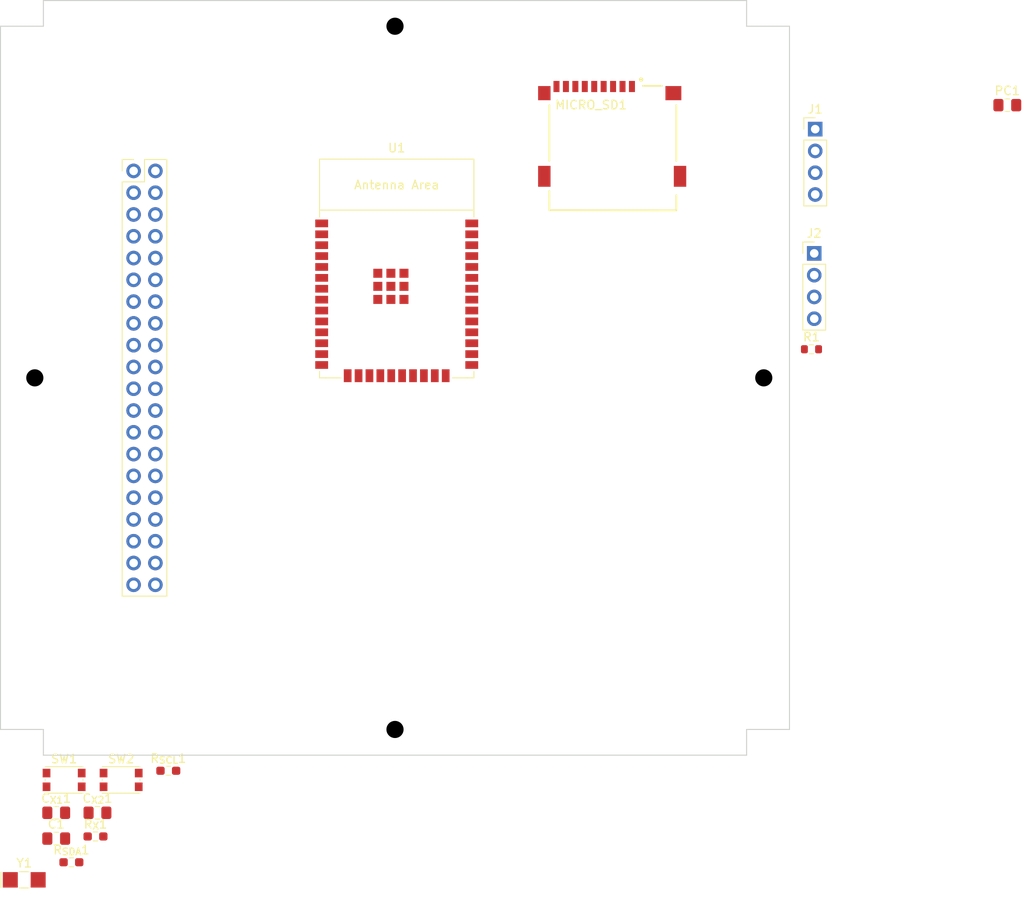
<source format=kicad_pcb>
(kicad_pcb (version 20211014) (generator pcbnew)
  (layers (0 "F.Cu" signal) (31 "B.Cu" signal) (34 "B.Paste" user) (35 "F.Paste" user) (36 "B.SilkS" user "B.Silkscreen") (37 "F.SilkS" user "F.Silkscreen") (38 "B.Mask" user) (39 "F.Mask" user) (44 "Edge.Cuts" user))
  (net 0 "")
  (net 1 "+5V")
  (net 2 "GND")
  (net 3 "+3V3")
  (net 16 "Net-(C1-Pad2)")
  (net 17 "/IO32")
  (net 18 "/IO33")
  (net 19 "/IO15")
  (net 20 "/IO13")
  (net 21 "/IO12")
  (net 22 "/IO14")
  (net 23 "/IO1")
  (net 24 "/IO3")
  (net 25 "/IO2")
  (net 26 "/IO4")
  (net 27 "/IO0")
  (net 28 "/IO27")
  (net 29 "/IO26")
  (net 30 "/IO25")
  (net 31 "/I35")
  (net 32 "/I34")
  (net 33 "/I39")
  (net 34 "/I36")
  (net 41 "/IO16")
  (net 42 "/IO17")
  (net 43 "/IO5")
  (net 44 "/IO18")
  (net 45 "/IO19")
  (net 47 "/IO21")
  (net 48 "/IO22")
  (net 49 "/IO23")
  (net 59 "Net-(MICRO_SD1-PadMP1)")
  (footprint "Resistor_SMD:R_0603_1608Metric" (layer "F.Cu") (at 190.165 80.165)
    (fp_text reference "R1" (at 0 -1.43) (layer "F.SilkS"))
    (fp_text value "10K")
    (fp_line (start -0.237258 0.5225) (end 0.237258 0.5225) (layer "F.SilkS") (width 0.12))
    (fp_line (start -0.237258 -0.5225) (end 0.237258 -0.5225) (layer "F.SilkS") (width 0.12))
    (pad "1" smd roundrect (at -0.825 0) (size 0.8 0.95) (layers "F.Cu" "F.Paste" "F.Mask") (net 3 "+3V3"))
    (pad "2" smd roundrect (at 0.825 0) (size 0.8 0.95) (layers "F.Cu" "F.Paste" "F.Mask") (net 16 "Net-(C1-Pad2)"))
  )
  (footprint "Connector_PinHeader_2.54mm:PinHeader_1x04_P2.54mm_Vertical" (layer "F.Cu") (at 190.485 68.985)
    (fp_text reference "J2" (at 0 -2.33) (layer "F.SilkS"))
    (fp_text value "UART")
    (fp_line (start -1.33 8.95) (end 1.33 8.95) (layer "F.SilkS") (width 0.12))
    (fp_line (start -1.33 0) (end -1.33 -1.33) (layer "F.SilkS") (width 0.12))
    (fp_line (start -1.33 1.27) (end -1.33 8.95) (layer "F.SilkS") (width 0.12))
    (fp_line (start -1.33 1.27) (end 1.33 1.27) (layer "F.SilkS") (width 0.12))
    (fp_line (start 1.33 1.27) (end 1.33 8.95) (layer "F.SilkS") (width 0.12))
    (fp_line (start -1.33 -1.33) (end 0 -1.33) (layer "F.SilkS") (width 0.12))
    (pad "1" thru_hole rect (at 0 0) (size 1.7 1.7) (drill 1) (layers *.Cu *.Mask) (net 3 "+3V3"))
    (pad "2" thru_hole oval (at 0 2.54) (size 1.7 1.7) (drill 1) (layers *.Cu *.Mask) (net 23 "/IO1"))
    (pad "3" thru_hole oval (at 0 5.08) (size 1.7 1.7) (drill 1) (layers *.Cu *.Mask) (net 24 "/IO3"))
    (pad "4" thru_hole oval (at 0 7.62) (size 1.7 1.7) (drill 1) (layers *.Cu *.Mask) (net 2 "GND"))
  )
  (footprint "Resistor_SMD:R_0603_1608Metric_Pad0.98x0.95mm_HandSolder" (layer "F.Cu") (at 106.675 136.975)
    (fp_text reference "R_{X}1" (at 0 -1.43) (layer "F.SilkS"))
    (fp_text value "7.5M")
    (fp_line (start -0.254724 -0.5225) (end 0.254724 -0.5225) (layer "F.SilkS") (width 0.12))
    (fp_line (start -0.254724 0.5225) (end 0.254724 0.5225) (layer "F.SilkS") (width 0.12))
    (pad "1" smd roundrect (at -0.9125 0) (size 0.975 0.95) (layers "F.Cu" "F.Paste" "F.Mask") (net 17 "/IO32"))
    (pad "2" smd roundrect (at 0.9125 0) (size 0.975 0.95) (layers "F.Cu" "F.Paste" "F.Mask") (net 18 "/IO33"))
  )
  (footprint "Bluesat:Rocket_Layout" (layer "F.Cu") (at 141.6 83.5)
    (fp_text reference "Board1" hide)
    (fp_text value "Rocket_Board")
    (fp_line (start -31.81 25.46) (end -26.61 25.46) (layer "F.SilkS") (width 0.12))
    (fp_line (start -31.81 -25.46) (end -30.48 -25.46) (layer "F.SilkS") (width 0.12))
    (fp_line (start -26.61 -25.46) (end -26.61 25.46) (layer "F.SilkS") (width 0.12))
    (fp_line (start -31.81 -22.86) (end -31.81 25.46) (layer "F.SilkS") (width 0.12))
    (fp_line (start -29.21 -25.46) (end -26.61 -25.46) (layer "F.SilkS") (width 0.12))
    (fp_line (start -29.21 -22.86) (end -29.21 -25.46) (layer "F.SilkS") (width 0.12))
    (fp_line (start -31.81 -22.86) (end -29.21 -22.86) (layer "F.SilkS") (width 0.12))
    (fp_line (start -31.81 -24.13) (end -31.81 -25.46) (layer "F.SilkS") (width 0.12))
    (fp_line (start 46 41) (end 46 -41) (layer "Edge.Cuts") (width 0.12))
    (fp_line (start 46 -41) (end 41 -41) (layer "Edge.Cuts") (width 0.12))
    (fp_line (start -41 44) (end 41 44) (layer "Edge.Cuts") (width 0.12))
    (fp_line (start 41 -44) (end -41 -44) (layer "Edge.Cuts") (width 0.12))
    (fp_line (start -41 41) (end -41 44) (layer "Edge.Cuts") (width 0.12))
    (fp_line (start -46 -41) (end -46 41) (layer "Edge.Cuts") (width 0.12))
    (fp_line (start 41 41) (end 46 41) (layer "Edge.Cuts") (width 0.12))
    (fp_line (start 41 -41) (end 41 -44) (layer "Edge.Cuts") (width 0.12))
    (fp_line (start 41 44) (end 41 41) (layer "Edge.Cuts") (width 0.12))
    (fp_line (start -41 -44) (end -41 -41) (layer "Edge.Cuts") (width 0.12))
    (fp_line (start -41 -41) (end -46 -41) (layer "Edge.Cuts") (width 0.12))
    (fp_line (start -46 41) (end -41 41) (layer "Edge.Cuts") (width 0.12))
    (pad "" np_thru_hole circle (at 0 41) (size 2 2) (drill 3.2) (layers *.Mask))
    (pad "" np_thru_hole circle (at 43 0) (size 2 2) (drill 3.2) (layers *.Mask))
    (pad "" np_thru_hole circle (at -42 0) (size 2 2) (drill 3.2) (layers *.Mask))
    (pad "" np_thru_hole circle (at 0 -41) (size 2 2) (drill 3.2) (layers *.Mask))
    (pad "1" thru_hole circle (at -30.48 -24.13) (size 1.7 1.7) (drill 1) (layers *.Cu *.Mask) (net 1 "+5V"))
    (pad "2" thru_hole circle (at -30.48 -21.59) (size 1.7 1.7) (drill 1) (layers *.Cu *.Mask) (net 2 "GND"))
    (pad "3" thru_hole circle (at -30.48 -19.05) (size 1.7 1.7) (drill 1) (layers *.Cu *.Mask) (net 3 "+3V3"))
    (pad "4" thru_hole circle (at -30.48 -16.51) (size 1.7 1.7) (drill 1) (layers *.Cu *.Mask) (net 2 "GND"))
    (pad "5" thru_hole circle (at -30.48 -13.97) (size 1.7 1.7) (drill 1) (layers *.Cu *.Mask))
    (pad "6" thru_hole circle (at -30.48 -11.43) (size 1.7 1.7) (drill 1) (layers *.Cu *.Mask))
    (pad "7" thru_hole circle (at -30.48 -8.89) (size 1.7 1.7) (drill 1) (layers *.Cu *.Mask) (net 2 "GND"))
    (pad "8" thru_hole circle (at -30.48 -6.35) (size 1.7 1.7) (drill 1) (layers *.Cu *.Mask) (net 1 "+5V"))
    (pad "9" thru_hole circle (at -30.48 -3.81) (size 1.7 1.7) (drill 1) (layers *.Cu *.Mask) (net 2 "GND"))
    (pad "10" thru_hole circle (at -30.48 -1.27) (size 1.7 1.7) (drill 1) (layers *.Cu *.Mask) (net 3 "+3V3"))
    (pad "11" thru_hole circle (at -30.48 1.27) (size 1.7 1.7) (drill 1) (layers *.Cu *.Mask) (net 2 "GND"))
    (pad "12" thru_hole circle (at -30.48 3.81) (size 1.7 1.7) (drill 1) (layers *.Cu *.Mask))
    (pad "13" thru_hole circle (at -30.48 6.35) (size 1.7 1.7) (drill 1) (layers *.Cu *.Mask))
    (pad "14" thru_hole circle (at -30.48 8.89) (size 1.7 1.7) (drill 1) (layers *.Cu *.Mask) (net 2 "GND"))
    (pad "15" thru_hole circle (at -30.48 11.43) (size 1.7 1.7) (drill 1) (layers *.Cu *.Mask))
    (pad "16" thru_hole circle (at -30.48 13.97) (size 1.7 1.7) (drill 1) (layers *.Cu *.Mask))
    (pad "17" thru_hole circle (at -30.48 16.51) (size 1.7 1.7) (drill 1) (layers *.Cu *.Mask) (net 2 "GND"))
    (pad "18" thru_hole circle (at -30.48 19.05) (size 1.7 1.7) (drill 1) (layers *.Cu *.Mask) (net 1 "+5V"))
    (pad "19" thru_hole circle (at -30.48 21.59) (size 1.7 1.7) (drill 1) (layers *.Cu *.Mask) (net 2 "GND"))
    (pad "20" thru_hole circle (at -30.48 24.13) (size 1.7 1.7) (drill 1) (layers *.Cu *.Mask) (net 3 "+3V3"))
    (pad "21" thru_hole circle (at -27.94 24.13) (size 1.7 1.7) (drill 1) (layers *.Cu *.Mask) (net 3 "+3V3"))
    (pad "22" thru_hole circle (at -27.94 21.59) (size 1.7 1.7) (drill 1) (layers *.Cu *.Mask) (net 2 "GND"))
    (pad "23" thru_hole circle (at -27.94 19.05) (size 1.7 1.7) (drill 1) (layers *.Cu *.Mask) (net 1 "+5V"))
    (pad "24" thru_hole circle (at -27.94 16.51) (size 1.7 1.7) (drill 1) (layers *.Cu *.Mask) (net 2 "GND"))
    (pad "25" thru_hole circle (at -27.94 13.97) (size 1.7 1.7) (drill 1) (layers *.Cu *.Mask))
    (pad "26" thru_hole circle (at -27.94 11.43) (size 1.7 1.7) (drill 1) (layers *.Cu *.Mask))
    (pad "27" thru_hole circle (at -27.94 8.89) (size 1.7 1.7) (drill 1) (layers *.Cu *.Mask) (net 2 "GND"))
    (pad "28" thru_hole circle (at -27.94 6.35) (size 1.7 1.7) (drill 1) (layers *.Cu *.Mask))
    (pad "29" thru_hole circle (at -27.94 3.81) (size 1.7 1.7) (drill 1) (layers *.Cu *.Mask))
    (pad "30" thru_hole circle (at -27.94 1.27) (size 1.7 1.7) (drill 1) (layers *.Cu *.Mask) (net 2 "GND"))
    (pad "31" thru_hole circle (at -27.94 -1.27) (size 1.7 1.7) (drill 1) (layers *.Cu *.Mask) (net 3 "+3V3"))
    (pad "32" thru_hole circle (at -27.94 -3.81) (size 1.7 1.7) (drill 1) (layers *.Cu *.Mask) (net 2 "GND"))
    (pad "33" thru_hole circle (at -27.94 -6.35) (size 1.7 1.7) (drill 1) (layers *.Cu *.Mask) (net 1 "+5V"))
    (pad "34" thru_hole circle (at -27.94 -8.89) (size 1.7 1.7) (drill 1) (layers *.Cu *.Mask) (net 2 "GND"))
    (pad "35" thru_hole circle (at -27.94 -11.43) (size 1.7 1.7) (drill 1) (layers *.Cu *.Mask))
    (pad "36" thru_hole circle (at -27.94 -13.97) (size 1.7 1.7) (drill 1) (layers *.Cu *.Mask))
    (pad "37" thru_hole circle (at -27.94 -16.51) (size 1.7 1.7) (drill 1) (layers *.Cu *.Mask) (net 2 "GND"))
    (pad "38" thru_hole circle (at -27.94 -19.05) (size 1.7 1.7) (drill 1) (layers *.Cu *.Mask) (net 3 "+3V3"))
    (pad "39" thru_hole circle (at -27.94 -21.59) (size 1.7 1.7) (drill 1) (layers *.Cu *.Mask) (net 2 "GND"))
    (pad "40" thru_hole circle (at -27.94 -24.13) (size 1.7 1.7) (drill 1) (layers *.Cu *.Mask) (net 1 "+5V"))
  )
  (footprint "Button_Switch_SMD:SW_Push_1P1T_NO_CK_KMR2" (layer "F.Cu") (at 109.665 130.385)
    (fp_text reference "SW2" (at 0 -2.45) (layer "F.SilkS"))
    (fp_text value "SW_Push")
    (fp_line (start 2.2 -1.55) (end -2.2 -1.55) (layer "F.SilkS") (width 0.12))
    (fp_line (start -2.2 1.55) (end 2.2 1.55) (layer "F.SilkS") (width 0.12))
    (fp_line (start 2.2 0.05) (end 2.2 -0.05) (layer "F.SilkS") (width 0.12))
    (fp_line (start -2.2 0.05) (end -2.2 -0.05) (layer "F.SilkS") (width 0.12))
    (pad "1" smd rect (at 2.05 -0.8) (size 0.9 1) (layers "F.Cu" "F.Paste" "F.Mask") (net 27 "/IO0"))
    (pad "1" smd rect (at -2.05 -0.8) (size 0.9 1) (layers "F.Cu" "F.Paste" "F.Mask") (net 27 "/IO0"))
    (pad "2" smd rect (at -2.05 0.8) (size 0.9 1) (layers "F.Cu" "F.Paste" "F.Mask") (net 2 "GND"))
    (pad "2" smd rect (at 2.05 0.8) (size 0.9 1) (layers "F.Cu" "F.Paste" "F.Mask") (net 2 "GND"))
  )
  (footprint "Resistor_SMD:R_0603_1608Metric_Pad0.98x0.95mm_HandSolder" (layer "F.Cu") (at 115.165 129.315)
    (fp_text reference "R_{SCL}1" (at 0 -1.43) (layer "F.SilkS"))
    (fp_text value "4,7K")
    (fp_line (start -0.254724 -0.5225) (end 0.254724 -0.5225) (layer "F.SilkS") (width 0.12))
    (fp_line (start -0.254724 0.5225) (end 0.254724 0.5225) (layer "F.SilkS") (width 0.12))
    (pad "1" smd roundrect (at -0.9125 0) (size 0.975 0.95) (layers "F.Cu" "F.Paste" "F.Mask") (net 3 "+3V3"))
    (pad "2" smd roundrect (at 0.9125 0) (size 0.975 0.95) (layers "F.Cu" "F.Paste" "F.Mask") (net 25 "/IO2"))
  )
  (footprint "Resistor_SMD:R_0603_1608Metric_Pad0.98x0.95mm_HandSolder" (layer "F.Cu") (at 103.865 139.985)
    (fp_text reference "R_{SDA}1" (at 0 -1.43) (layer "F.SilkS"))
    (fp_text value "4,7K")
    (fp_line (start -0.254724 -0.5225) (end 0.254724 -0.5225) (layer "F.SilkS") (width 0.12))
    (fp_line (start -0.254724 0.5225) (end 0.254724 0.5225) (layer "F.SilkS") (width 0.12))
    (pad "1" smd roundrect (at -0.9125 0) (size 0.975 0.95) (layers "F.Cu" "F.Paste" "F.Mask") (net 3 "+3V3"))
    (pad "2" smd roundrect (at 0.9125 0) (size 0.975 0.95) (layers "F.Cu" "F.Paste" "F.Mask") (net 26 "/IO4"))
  )
  (footprint "Capacitor_SMD:C_0805_2012Metric_Pad1.18x1.45mm_HandSolder" (layer "F.Cu") (at 213 51.7)
    (fp_text reference "PC1" (at 0 -1.68) (layer "F.SilkS"))
    (fp_text value "22uF")
    (fp_line (start -0.261252 -0.735) (end 0.261252 -0.735) (layer "F.SilkS") (width 0.12))
    (fp_line (start -0.261252 0.735) (end 0.261252 0.735) (layer "F.SilkS") (width 0.12))
    (pad "1" smd roundrect (at -1.0375 0) (size 1.175 1.45) (layers "F.Cu" "F.Paste" "F.Mask") (roundrect_rratio 0.212766) (net 3 "+3V3"))
    (pad "2" smd roundrect (at 1.0375 0) (size 1.175 1.45) (layers "F.Cu" "F.Paste" "F.Mask") (roundrect_rratio 0.212766) (net 2 "GND"))
  )
  (footprint "Capacitor_SMD:C_0805_2012Metric_Pad1.18x1.45mm_HandSolder" (layer "F.Cu") (at 102.095 137.225)
    (fp_text reference "C1" (at 0 -1.68) (layer "F.SilkS"))
    (fp_text value "1uF")
    (fp_line (start -0.261252 0.735) (end 0.261252 0.735) (layer "F.SilkS") (width 0.12))
    (fp_line (start -0.261252 -0.735) (end 0.261252 -0.735) (layer "F.SilkS") (width 0.12))
    (pad "1" smd roundrect (at -1.0375 0) (size 1.175 1.45) (layers "F.Cu" "F.Paste" "F.Mask") (roundrect_rratio 0.212766) (net 2 "GND"))
    (pad "2" smd roundrect (at 1.0375 0) (size 1.175 1.45) (layers "F.Cu" "F.Paste" "F.Mask") (roundrect_rratio 0.212766) (net 16 "Net-(C1-Pad2)"))
  )
  (footprint "Button_Switch_SMD:SW_Push_1P1T_NO_CK_KMR2" (layer "F.Cu") (at 103.015 130.385)
    (fp_text reference "SW1" (at 0 -2.45) (layer "F.SilkS"))
    (fp_text value "SW_Push")
    (fp_line (start -2.2 0.05) (end -2.2 -0.05) (layer "F.SilkS") (width 0.12))
    (fp_line (start -2.2 1.55) (end 2.2 1.55) (layer "F.SilkS") (width 0.12))
    (fp_line (start 2.2 -1.55) (end -2.2 -1.55) (layer "F.SilkS") (width 0.12))
    (fp_line (start 2.2 0.05) (end 2.2 -0.05) (layer "F.SilkS") (width 0.12))
    (pad "1" smd rect (at 2.05 -0.8) (size 0.9 1) (layers "F.Cu" "F.Paste" "F.Mask") (net 16 "Net-(C1-Pad2)"))
    (pad "1" smd rect (at -2.05 -0.8) (size 0.9 1) (layers "F.Cu" "F.Paste" "F.Mask") (net 16 "Net-(C1-Pad2)"))
    (pad "2" smd rect (at -2.05 0.8) (size 0.9 1) (layers "F.Cu" "F.Paste" "F.Mask") (net 2 "GND"))
    (pad "2" smd rect (at 2.05 0.8) (size 0.9 1) (layers "F.Cu" "F.Paste" "F.Mask") (net 2 "GND"))
  )
  (footprint "Connector_PinHeader_2.54mm:PinHeader_1x04_P2.54mm_Vertical" (layer "F.Cu") (at 190.6 54.5)
    (fp_text reference "J1" (at 0 -2.33) (layer "F.SilkS"))
    (fp_text value "JTAG")
    (fp_line (start -1.33 1.27) (end 1.33 1.27) (layer "F.SilkS") (width 0.12))
    (fp_line (start -1.33 1.27) (end -1.33 8.95) (layer "F.SilkS") (width 0.12))
    (fp_line (start -1.33 8.95) (end 1.33 8.95) (layer "F.SilkS") (width 0.12))
    (fp_line (start -1.33 -1.33) (end 0 -1.33) (layer "F.SilkS") (width 0.12))
    (fp_line (start 1.33 1.27) (end 1.33 8.95) (layer "F.SilkS") (width 0.12))
    (fp_line (start -1.33 0) (end -1.33 -1.33) (layer "F.SilkS") (width 0.12))
    (pad "1" thru_hole rect (at 0 0) (size 1.7 1.7) (drill 1) (layers *.Cu *.Mask) (net 19 "/IO15"))
    (pad "2" thru_hole oval (at 0 2.54) (size 1.7 1.7) (drill 1) (layers *.Cu *.Mask) (net 20 "/IO13"))
    (pad "3" thru_hole oval (at 0 5.08) (size 1.7 1.7) (drill 1) (layers *.Cu *.Mask) (net 21 "/IO12"))
    (pad "4" thru_hole oval (at 0 7.62) (size 1.7 1.7) (drill 1) (layers *.Cu *.Mask) (net 22 "/IO14"))
  )
  (footprint "Capacitor_SMD:C_0805_2012Metric_Pad1.18x1.45mm_HandSolder" (layer "F.Cu") (at 102.095 134.215)
    (fp_text reference "C_{X1}1" (at 0 -1.68) (layer "F.SilkS"))
    (fp_text value "25pF")
    (fp_line (start -0.261252 0.735) (end 0.261252 0.735) (layer "F.SilkS") (width 0.12))
    (fp_line (start -0.261252 -0.735) (end 0.261252 -0.735) (layer "F.SilkS") (width 0.12))
    (pad "1" smd roundrect (at -1.0375 0) (size 1.175 1.45) (layers "F.Cu" "F.Paste" "F.Mask") (roundrect_rratio 0.212766) (net 17 "/IO32"))
    (pad "2" smd roundrect (at 1.0375 0) (size 1.175 1.45) (layers "F.Cu" "F.Paste" "F.Mask") (roundrect_rratio 0.212766) (net 2 "GND"))
  )
  (footprint "Capacitor_SMD:C_0805_2012Metric_Pad1.18x1.45mm_HandSolder" (layer "F.Cu") (at 106.905 134.215)
    (fp_text reference "C_{X2}1" (at 0 -1.68) (layer "F.SilkS"))
    (fp_text value "25pF")
    (fp_line (start -0.261252 -0.735) (end 0.261252 -0.735) (layer "F.SilkS") (width 0.12))
    (fp_line (start -0.261252 0.735) (end 0.261252 0.735) (layer "F.SilkS") (width 0.12))
    (pad "1" smd roundrect (at -1.0375 0) (size 1.175 1.45) (layers "F.Cu" "F.Paste" "F.Mask") (roundrect_rratio 0.212766) (net 18 "/IO33"))
    (pad "2" smd roundrect (at 1.0375 0) (size 1.175 1.45) (layers "F.Cu" "F.Paste" "F.Mask") (roundrect_rratio 0.212766) (net 2 "GND"))
  )
  (footprint "SnapEDA Library:TF-01A" (layer "F.Cu") (at 167 56.7)
    (fp_text reference "MICRO_SD1" (at -2.54 -5.024) (layer "F.SilkS"))
    (fp_text value "TF-01A")
    (fp_line (start 7.4 1.5) (end 7.4 -5) (layer "F.SilkS") (width 0.2032))
    (fp_line (start -7.4 5) (end -7.39902 7.25) (layer "F.SilkS") (width 0.2032))
    (fp_line (start -7.4 -5) (end -7.4 1.5) (layer "F.SilkS") (width 0.2032))
    (fp_line (start -7.39902 7.25) (end 7.39902 7.2627) (layer "F.SilkS") (width 0.2032))
    (fp_line (start 3.5 -7.25) (end 5.738 -7.25) (layer "F.SilkS") (width 0.2032))
    (fp_line (start 7.39902 7.2627) (end 7.4 5.5) (layer "F.SilkS") (width 0.2032))
    (fp_circle (center 3.29565 -7.98449) (end 3.54965 -7.98449) (layer "F.SilkS") (width 0) (fill solid))
    (pad "" np_thru_hole circle locked (at 2.9718 3.5306) (size 0.999997 0.999997) (drill 0.999997) (layers *.Cu *.Mask))
    (pad "" np_thru_hole circle locked (at -5.0038 3.5306) (size 0.999997 0.999997) (drill 0.999997) (layers *.Cu *.Mask))
    (pad "1" smd rect locked (at 2.2298 -7.1738 90) (size 1.3 0.7) (layers "F.Cu" "F.Paste" "F.Mask"))
    (pad "2" smd rect locked (at 1.1298 -7.1738 90) (size 1.3 0.7) (layers "F.Cu" "F.Paste" "F.Mask"))
    (pad "3" smd rect locked (at 0.0298 -7.1738 90) (size 1.3 0.7) (layers "F.Cu" "F.Paste" "F.Mask"))
    (pad "4" smd rect locked (at -1.0702 -7.1738 90) (size 1.3 0.7) (layers "F.Cu" "F.Paste" "F.Mask"))
    (pad "5" smd rect locked (at -2.1702 -7.1738 90) (size 1.3 0.7) (layers "F.Cu" "F.Paste" "F.Mask"))
    (pad "6" smd rect locked (at -3.2702 -7.1738 90) (size 1.3 0.7) (layers "F.Cu" "F.Paste" "F.Mask"))
    (pad "7" smd rect locked (at -4.3702 -7.1738 90) (size 1.3 0.7) (layers "F.Cu" "F.Paste" "F.Mask"))
    (pad "8" smd rect locked (at -5.4702 -7.1738 90) (size 1.3 0.7) (layers "F.Cu" "F.Paste" "F.Mask"))
    (pad "CD1" smd rect locked (at -6.5702 -7.1738 90) (size 1.3 0.7) (layers "F.Cu" "F.Paste" "F.Mask"))
    (pad "MP1" smd rect locked (at -7.9886 -6.4 90) (size 1.651 1.4478) (layers "F.Cu" "F.Paste" "F.Mask") (net 59 "Net-(MICRO_SD1-PadMP1)"))
    (pad "MP2" smd rect locked (at -7.9886 3.3 90) (size 2.4384 1.4478) (layers "F.Cu" "F.Paste" "F.Mask") (net 59 "Net-(MICRO_SD1-PadMP1)"))
    (pad "MP3" smd rect locked (at 7.8362 3.3 90) (size 2.4384 1.4478) (layers "F.Cu" "F.Paste" "F.Mask") (net 59 "Net-(MICRO_SD1-PadMP1)"))
    (pad "MP4" smd rect locked (at 7.0612 -6.4 90) (size 1.651 1.8542) (layers "F.Cu" "F.Paste" "F.Mask") (net 59 "Net-(MICRO_SD1-PadMP1)"))
  )
  (footprint "Crystal:Crystal_SMD_G8-2Pin_3.2x1.5mm_HandSoldering" (layer "F.Cu") (at 98.365 142.035)
    (fp_text reference "Y1" (at 0 -1.95) (layer "F.SilkS"))
    (fp_text value "32.768")
    (fp_line (start -2.7 -0.9) (end -2.7 0.9) (layer "F.SilkS") (width 0.12))
    (fp_line (start -0.55 0.95) (end 0.55 0.95) (layer "F.SilkS") (width 0.12))
    (fp_line (start -0.55 -0.95) (end 0.55 -0.95) (layer "F.SilkS") (width 0.12))
    (pad "1" smd rect (at -1.625 0) (size 1.75 1.8) (layers "F.Cu" "F.Paste" "F.Mask") (net 18 "/IO33"))
    (pad "2" smd rect (at 1.625 0) (size 1.75 1.8) (layers "F.Cu" "F.Paste" "F.Mask") (net 17 "/IO32"))
  )
  (footprint "Espressif:ESP32-WROOM-32E" (layer "F.Cu") (at 141.8 72.5)
    (fp_text reference "U1" (at 0 -15.8) (layer "F.SilkS"))
    (fp_text value "ESP32-WROOM-E")
    (fp_text user "Antenna Area" (at 0 -11.5) (layer "F.SilkS"))
    (fp_line (start -9 -14.5) (end -9 -7.75) (layer "F.SilkS") (width 0.12))
    (fp_line (start 8.25 11) (end 6.5 11) (layer "F.SilkS") (width 0.12))
    (fp_line (start 9 -14.5) (end 9 -7.75) (layer "F.SilkS") (width 0.12))
    (fp_line (start 9 -8.56) (end -9 -8.56) (layer "F.SilkS") (width 0.12))
    (fp_line (start 9 11) (end 8.25 11) (layer "F.SilkS") (width 0.12))
    (fp_line (start -8.25 11) (end -6.5 11) (layer "F.SilkS") (width 0.12))
    (fp_line (start -9 10.25) (end -9 11) (layer "F.SilkS") (width 0.12))
    (fp_line (start 9 10.25) (end 9 11) (layer "F.SilkS") (width 0.12))
    (fp_line (start -9 11) (end -8.25 11) (layer "F.SilkS") (width 0.12))
    (fp_line (start -9 -14.5) (end 9 -14.5) (layer "F.SilkS") (width 0.12))
    (pad "1" smd rect locked (at -8.75 -7.01) (size 1.5 0.9) (layers "F.Cu" "F.Paste" "F.Mask") (net 2 "GND"))
    (pad "2" smd rect locked (at -8.75 -5.74) (size 1.5 0.9) (layers "F.Cu" "F.Paste" "F.Mask") (net 3 "+3V3"))
    (pad "3" smd rect locked (at -8.75 -4.47) (size 1.5 0.9) (layers "F.Cu" "F.Paste" "F.Mask") (net 16 "Net-(C1-Pad2)"))
    (pad "4" smd rect locked (at -8.75 -3.2) (size 1.5 0.9) (layers "F.Cu" "F.Paste" "F.Mask") (net 34 "/I36"))
    (pad "5" smd rect locked (at -8.75 -1.93) (size 1.5 0.9) (layers "F.Cu" "F.Paste" "F.Mask") (net 33 "/I39"))
    (pad "6" smd rect locked (at -8.75 -0.66) (size 1.5 0.9) (layers "F.Cu" "F.Paste" "F.Mask") (net 32 "/I34"))
    (pad "7" smd rect locked (at -8.75 0.61) (size 1.5 0.9) (layers "F.Cu" "F.Paste" "F.Mask") (net 31 "/I35"))
    (pad "8" smd rect locked (at -8.75 1.88) (size 1.5 0.9) (layers "F.Cu" "F.Paste" "F.Mask") (net 17 "/IO32"))
    (pad "9" smd rect locked (at -8.75 3.15) (size 1.5 0.9) (layers "F.Cu" "F.Paste" "F.Mask") (net 18 "/IO33"))
    (pad "10" smd rect locked (at -8.75 4.42) (size 1.5 0.9) (layers "F.Cu" "F.Paste" "F.Mask") (net 30 "/IO25"))
    (pad "11" smd rect locked (at -8.75 5.69) (size 1.5 0.9) (layers "F.Cu" "F.Paste" "F.Mask") (net 29 "/IO26"))
    (pad "12" smd rect locked (at -8.75 6.96) (size 1.5 0.9) (layers "F.Cu" "F.Paste" "F.Mask") (net 28 "/IO27"))
    (pad "13" smd rect locked (at -8.75 8.23) (size 1.5 0.9) (layers "F.Cu" "F.Paste" "F.Mask") (net 22 "/IO14"))
    (pad "14" smd rect locked (at -8.75 9.5) (size 1.5 0.9) (layers "F.Cu" "F.Paste" "F.Mask") (net 21 "/IO12"))
    (pad "15" smd rect locked (at -5.72 10.75 90) (size 1.5 0.9) (layers "F.Cu" "F.Paste" "F.Mask") (net 2 "GND"))
    (pad "16" smd rect locked (at -4.45 10.75 90) (size 1.5 0.9) (layers "F.Cu" "F.Paste" "F.Mask") (net 20 "/IO13"))
    (pad "17" smd rect locked (at -3.18 10.75 90) (size 1.5 0.9) (layers "F.Cu" "F.Paste" "F.Mask"))
    (pad "18" smd rect locked (at -1.91 10.75 90) (size 1.5 0.9) (layers "F.Cu" "F.Paste" "F.Mask"))
    (pad "19" smd rect locked (at -0.64 10.75 90) (size 1.5 0.9) (layers "F.Cu" "F.Paste" "F.Mask"))
    (pad "20" smd rect locked (at 0.63 10.75 90) (size 1.5 0.9) (layers "F.Cu" "F.Paste" "F.Mask"))
    (pad "21" smd rect locked (at 1.9 10.75 90) (size 1.5 0.9) (layers "F.Cu" "F.Paste" "F.Mask"))
    (pad "22" smd rect locked (at 3.17 10.75 90) (size 1.5 0.9) (layers "F.Cu" "F.Paste" "F.Mask"))
    (pad "23" smd rect locked (at 4.44 10.75 90) (size 1.5 0.9) (layers "F.Cu" "F.Paste" "F.Mask") (net 19 "/IO15"))
    (pad "24" smd rect locked (at 5.71 10.75 90) (size 1.5 0.9) (layers "F.Cu" "F.Paste" "F.Mask") (net 25 "/IO2"))
    (pad "25" smd rect locked (at 8.75 9.5 180) (size 1.5 0.9) (layers "F.Cu" "F.Paste" "F.Mask") (net 27 "/IO0"))
    (pad "26" smd rect locked (at 8.75 8.23 180) (size 1.5 0.9) (layers "F.Cu" "F.Paste" "F.Mask") (net 26 "/IO4"))
    (pad "27" smd rect locked (at 8.75 6.96 180) (size 1.5 0.9) (layers "F.Cu" "F.Paste" "F.Mask") (net 41 "/IO16"))
    (pad "28" smd rect locked (at 8.75 5.69 180) (size 1.5 0.9) (layers "F.Cu" "F.Paste" "F.Mask") (net 42 "/IO17"))
    (pad "29" smd rect locked (at 8.75 4.42 180) (size 1.5 0.9) (layers "F.Cu" "F.Paste" "F.Mask") (net 43 "/IO5"))
    (pad "30" smd rect locked (at 8.75 3.15 180) (size 1.5 0.9) (layers "F.Cu" "F.Paste" "F.Mask") (net 44 "/IO18"))
    (pad "31" smd rect locked (at 8.75 1.88 180) (size 1.5 0.9) (layers "F.Cu" "F.Paste" "F.Mask") (net 45 "/IO19"))
    (pad "32" smd rect locked (at 8.75 0.61 180) (size 1.5 0.9) (layers "F.Cu" "F.Paste" "F.Mask"))
    (pad "33" smd rect locked (at 8.75 -0.66 180) (size 1.5 0.9) (layers "F.Cu" "F.Paste" "F.Mask") (net 47 "/IO21"))
    (pad "34" smd rect locked (at 8.75 -1.93 180) (size 1.5 0.9) (layers "F.Cu" "F.Paste" "F.Mask") (net 24 "/IO3"))
    (pad "35" smd rect locked (at 8.75 -3.2 180) (size 1.5 0.9) (layers "F.Cu" "F.Paste" "F.Mask") (net 23 "/IO1"))
    (pad "36" smd rect locked (at 8.75 -4.47 180) (size 1.5 0.9) (layers "F.Cu" "F.Paste" "F.Mask") (net 48 "/IO22"))
    (pad "37" smd rect locked (at 8.75 -5.74 180) (size 1.5 0.9) (layers "F.Cu" "F.Paste" "F.Mask") (net 49 "/IO23"))
    (pad "38" smd rect locked (at 8.75 -7.01 180) (size 1.5 0.9) (layers "F.Cu" "F.Paste" "F.Mask") (net 2 "GND"))
    (pad "39" smd rect locked (at -2.205 0.33 180) (size 1.05 1.05) (layers "F.Cu" "F.Paste" "F.Mask") (net 2 "GND"))
    (pad "39" smd rect locked (at -0.68 1.855 180) (size 1.05 1.05) (layers "F.Cu" "F.Paste" "F.Mask") (net 2 "GND"))
    (pad "39" smd rect locked (at -2.205 -1.195 180) (size 1.05 1.05) (layers "F.Cu" "F.Paste" "F.Mask") (net 2 "GND"))
    (pad "39" smd rect locked (at -0.68 0.33 180) (size 1.05 1.05) (layers "F.Cu" "F.Paste" "F.Mask") (net 2 "GND"))
    (pad "39" smd rect locked (at -0.68 -1.195 180) (size 1.05 1.05) (layers "F.Cu" "F.Paste" "F.Mask") (net 2 "GND"))
    (pad "39" smd rect locked (at -2.205 1.855 180) (size 1.05 1.05) (layers "F.Cu" "F.Paste" "F.Mask") (net 2 "GND"))
    (pad "39" smd rect locked (at 0.845 0.33 180) (size 1.05 1.05) (layers "F.Cu" "F.Paste" "F.Mask") (net 2 "GND"))
    (pad "39" smd rect locked (at 0.845 -1.195 180) (size 1.05 1.05) (layers "F.Cu" "F.Paste" "F.Mask") (net 2 "GND"))
    (pad "39" smd rect locked (at 0.845 1.855 180) (size 1.05 1.05) (layers "F.Cu" "F.Paste" "F.Mask") (net 2 "GND"))
  )
)
</source>
